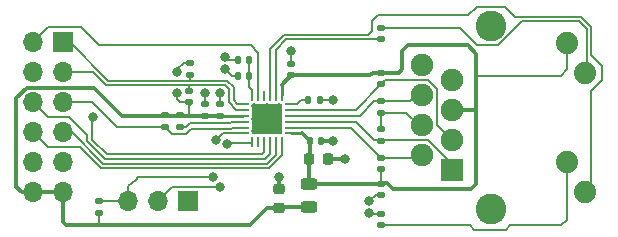
<source format=gbr>
G04 #@! TF.GenerationSoftware,KiCad,Pcbnew,6.0.4-6f826c9f35~116~ubuntu20.04.1*
G04 #@! TF.CreationDate,2022-05-16T14:00:24-07:00*
G04 #@! TF.ProjectId,ethernet-pmod,65746865-726e-4657-942d-706d6f642e6b,1.0*
G04 #@! TF.SameCoordinates,Original*
G04 #@! TF.FileFunction,Copper,L1,Top*
G04 #@! TF.FilePolarity,Positive*
%FSLAX46Y46*%
G04 Gerber Fmt 4.6, Leading zero omitted, Abs format (unit mm)*
G04 Created by KiCad (PCBNEW 6.0.4-6f826c9f35~116~ubuntu20.04.1) date 2022-05-16 14:00:24*
%MOMM*%
%LPD*%
G01*
G04 APERTURE LIST*
G04 Aperture macros list*
%AMRoundRect*
0 Rectangle with rounded corners*
0 $1 Rounding radius*
0 $2 $3 $4 $5 $6 $7 $8 $9 X,Y pos of 4 corners*
0 Add a 4 corners polygon primitive as box body*
4,1,4,$2,$3,$4,$5,$6,$7,$8,$9,$2,$3,0*
0 Add four circle primitives for the rounded corners*
1,1,$1+$1,$2,$3*
1,1,$1+$1,$4,$5*
1,1,$1+$1,$6,$7*
1,1,$1+$1,$8,$9*
0 Add four rect primitives between the rounded corners*
20,1,$1+$1,$2,$3,$4,$5,0*
20,1,$1+$1,$4,$5,$6,$7,0*
20,1,$1+$1,$6,$7,$8,$9,0*
20,1,$1+$1,$8,$9,$2,$3,0*%
G04 Aperture macros list end*
G04 #@! TA.AperFunction,ComponentPad*
%ADD10C,0.500000*%
G04 #@! TD*
G04 #@! TA.AperFunction,SMDPad,CuDef*
%ADD11R,2.600000X2.600000*%
G04 #@! TD*
G04 #@! TA.AperFunction,SMDPad,CuDef*
%ADD12RoundRect,0.062500X-0.350000X0.062500X-0.350000X-0.062500X0.350000X-0.062500X0.350000X0.062500X0*%
G04 #@! TD*
G04 #@! TA.AperFunction,SMDPad,CuDef*
%ADD13RoundRect,0.062500X-0.062500X0.350000X-0.062500X-0.350000X0.062500X-0.350000X0.062500X0.350000X0*%
G04 #@! TD*
G04 #@! TA.AperFunction,ComponentPad*
%ADD14R,1.700000X1.700000*%
G04 #@! TD*
G04 #@! TA.AperFunction,ComponentPad*
%ADD15O,1.700000X1.700000*%
G04 #@! TD*
G04 #@! TA.AperFunction,SMDPad,CuDef*
%ADD16RoundRect,0.147500X-0.147500X-0.172500X0.147500X-0.172500X0.147500X0.172500X-0.147500X0.172500X0*%
G04 #@! TD*
G04 #@! TA.AperFunction,SMDPad,CuDef*
%ADD17RoundRect,0.147500X-0.172500X0.147500X-0.172500X-0.147500X0.172500X-0.147500X0.172500X0.147500X0*%
G04 #@! TD*
G04 #@! TA.AperFunction,SMDPad,CuDef*
%ADD18RoundRect,0.147500X0.172500X-0.147500X0.172500X0.147500X-0.172500X0.147500X-0.172500X-0.147500X0*%
G04 #@! TD*
G04 #@! TA.AperFunction,SMDPad,CuDef*
%ADD19RoundRect,0.218750X0.218750X0.256250X-0.218750X0.256250X-0.218750X-0.256250X0.218750X-0.256250X0*%
G04 #@! TD*
G04 #@! TA.AperFunction,SMDPad,CuDef*
%ADD20RoundRect,0.218750X-0.256250X0.218750X-0.256250X-0.218750X0.256250X-0.218750X0.256250X0.218750X0*%
G04 #@! TD*
G04 #@! TA.AperFunction,SMDPad,CuDef*
%ADD21RoundRect,0.243750X0.456250X-0.243750X0.456250X0.243750X-0.456250X0.243750X-0.456250X-0.243750X0*%
G04 #@! TD*
G04 #@! TA.AperFunction,ComponentPad*
%ADD22C,1.900000*%
G04 #@! TD*
G04 #@! TA.AperFunction,ComponentPad*
%ADD23R,1.900000X1.900000*%
G04 #@! TD*
G04 #@! TA.AperFunction,ComponentPad*
%ADD24C,1.890000*%
G04 #@! TD*
G04 #@! TA.AperFunction,ComponentPad*
%ADD25C,2.600000*%
G04 #@! TD*
G04 #@! TA.AperFunction,SMDPad,CuDef*
%ADD26RoundRect,0.147500X0.147500X0.172500X-0.147500X0.172500X-0.147500X-0.172500X0.147500X-0.172500X0*%
G04 #@! TD*
G04 #@! TA.AperFunction,ViaPad*
%ADD27C,0.800000*%
G04 #@! TD*
G04 #@! TA.AperFunction,Conductor*
%ADD28C,0.200000*%
G04 #@! TD*
G04 #@! TA.AperFunction,Conductor*
%ADD29C,0.300000*%
G04 #@! TD*
G04 #@! TA.AperFunction,Conductor*
%ADD30C,0.250000*%
G04 #@! TD*
G04 APERTURE END LIST*
D10*
X72600000Y-63600000D03*
D11*
X72600000Y-63600000D03*
D10*
X73650000Y-62550000D03*
X72600000Y-62550000D03*
X71550000Y-62550000D03*
X72600000Y-64650000D03*
X71550000Y-63600000D03*
X73650000Y-64650000D03*
X71550000Y-64650000D03*
X73650000Y-63600000D03*
D12*
X74537500Y-62350000D03*
X74537500Y-62850000D03*
X74537500Y-63350000D03*
X74537500Y-63850000D03*
X74537500Y-64350000D03*
X74537500Y-64850000D03*
D13*
X73850000Y-65537500D03*
X73350000Y-65537500D03*
X72850000Y-65537500D03*
X72350000Y-65537500D03*
X71850000Y-65537500D03*
X71350000Y-65537500D03*
D12*
X70662500Y-64850000D03*
X70662500Y-64350000D03*
X70662500Y-63850000D03*
X70662500Y-63350000D03*
X70662500Y-62850000D03*
X70662500Y-62350000D03*
D13*
X71350000Y-61662500D03*
X71850000Y-61662500D03*
X72350000Y-61662500D03*
X72850000Y-61662500D03*
X73350000Y-61662500D03*
X73850000Y-61662500D03*
D14*
X55308500Y-57150000D03*
D15*
X55308500Y-59690000D03*
X55308500Y-62230000D03*
X55308500Y-64770000D03*
X55308500Y-67310000D03*
X55308500Y-69850000D03*
X52768500Y-57150000D03*
X52768500Y-59690000D03*
X52768500Y-62230000D03*
X52768500Y-64770000D03*
X52768500Y-67310000D03*
X52768500Y-69850000D03*
D16*
X70115000Y-60000000D03*
X71085000Y-60000000D03*
D17*
X67360650Y-62364789D03*
X67360650Y-63334789D03*
X74676000Y-58974000D03*
X74676000Y-59944000D03*
D18*
X82296000Y-69111000D03*
X82296000Y-70081000D03*
D16*
X70115000Y-58600000D03*
X71085000Y-58600000D03*
D19*
X76200000Y-67056000D03*
X77775000Y-67056000D03*
D20*
X73660000Y-69596000D03*
X73660000Y-71171000D03*
D21*
X76200000Y-71041500D03*
X76200000Y-69166500D03*
D22*
X85725000Y-59055000D03*
X88265000Y-60325000D03*
X85725000Y-61595000D03*
X88265000Y-62865000D03*
X85725000Y-64135000D03*
X88265000Y-65405000D03*
X85725000Y-66675000D03*
D23*
X88265000Y-67945000D03*
D24*
X99505000Y-69825000D03*
X97985000Y-67285000D03*
X99505000Y-59715000D03*
X97985000Y-57175000D03*
D25*
X91555000Y-55725000D03*
X91555000Y-71275000D03*
D17*
X82296000Y-64515000D03*
X82296000Y-65485000D03*
X82296000Y-59715000D03*
X82296000Y-60685000D03*
D18*
X82296000Y-63085000D03*
X82296000Y-62115000D03*
D16*
X76115000Y-62000000D03*
X77085000Y-62000000D03*
D18*
X82296000Y-72621000D03*
X82296000Y-71651000D03*
X66039251Y-62216781D03*
X66039251Y-61246781D03*
D17*
X66048934Y-58906591D03*
X66048934Y-59876591D03*
X64000743Y-63327326D03*
X64000743Y-64297326D03*
X65262674Y-63327326D03*
X65262674Y-64297326D03*
X82296000Y-55926000D03*
X82296000Y-56896000D03*
D26*
X77216000Y-65509000D03*
X76246000Y-65509000D03*
D18*
X58400000Y-71570000D03*
X58400000Y-70600000D03*
X82296000Y-67885000D03*
X82296000Y-66915000D03*
D14*
X65940000Y-70600000D03*
D15*
X63400000Y-70600000D03*
X60860000Y-70600000D03*
D17*
X68627228Y-63337560D03*
X68627228Y-62367560D03*
D27*
X57912000Y-63500000D03*
X74676000Y-57912000D03*
X65024000Y-61468000D03*
X65024000Y-59669469D03*
X67343220Y-61468000D03*
X68638848Y-61468000D03*
X69088000Y-58420000D03*
X69088000Y-59436000D03*
X73660000Y-68580000D03*
X81280000Y-71628000D03*
X81280000Y-70612000D03*
X79248000Y-67056000D03*
X78232000Y-65532000D03*
X78200000Y-62000000D03*
X69250000Y-65750000D03*
X68600000Y-69400000D03*
X68069987Y-68551996D03*
X68301305Y-65433769D03*
D28*
X82296000Y-55926000D02*
X88946000Y-55926000D01*
X88946000Y-55926000D02*
X90424000Y-57404000D01*
X90424000Y-57404000D02*
X92138051Y-57404000D01*
X92138051Y-57404000D02*
X94170051Y-55372000D01*
X99060000Y-55372000D02*
X99676480Y-55988480D01*
X94170051Y-55372000D02*
X99060000Y-55372000D01*
X99676480Y-55988480D02*
X99676480Y-59543520D01*
X99676480Y-59543520D02*
X99505000Y-59715000D01*
X99225487Y-54972481D02*
X100076000Y-55822994D01*
X100076000Y-55822994D02*
X100076000Y-58225223D01*
X81986240Y-54864000D02*
X89662000Y-54864000D01*
X100076000Y-58225223D02*
X100964180Y-59113403D01*
X93580481Y-54972481D02*
X99225487Y-54972481D01*
X92733489Y-54125489D02*
X93580481Y-54972481D01*
X90400511Y-54125489D02*
X92733489Y-54125489D01*
X89662000Y-54864000D02*
X90400511Y-54125489D01*
X81171520Y-56496480D02*
X81478240Y-56189760D01*
X72850000Y-61562500D02*
X72850000Y-57706000D01*
X81478240Y-55372000D02*
X81986240Y-54864000D01*
X81478240Y-56189760D02*
X81478240Y-55372000D01*
X100076000Y-69254000D02*
X99505000Y-69825000D01*
X72850000Y-57706000D02*
X74059520Y-56496480D01*
X74059520Y-56496480D02*
X81171520Y-56496480D01*
X100964180Y-59113403D02*
X100964180Y-60333269D01*
X100964180Y-60333269D02*
X100076000Y-61221449D01*
X100076000Y-61221449D02*
X100076000Y-69254000D01*
X82296000Y-72621000D02*
X82319000Y-72644000D01*
X82319000Y-72644000D02*
X89780974Y-72644000D01*
X89780974Y-72644000D02*
X90176544Y-73039570D01*
X90176544Y-73039570D02*
X92822430Y-73039570D01*
X92822430Y-73039570D02*
X93218000Y-72644000D01*
X93218000Y-72644000D02*
X97536000Y-72644000D01*
X97536000Y-72644000D02*
X97985000Y-72195000D01*
X97985000Y-72195000D02*
X97985000Y-67285000D01*
D29*
X64150000Y-63350000D02*
X63650000Y-63350000D01*
X63650000Y-63350000D02*
X62850000Y-63350000D01*
D28*
X64000743Y-63327326D02*
X63672674Y-63327326D01*
X63672674Y-63327326D02*
X63650000Y-63350000D01*
D29*
X66190000Y-63350000D02*
X65382000Y-63350000D01*
D28*
X65262674Y-63327326D02*
X65359326Y-63327326D01*
D29*
X65382000Y-63350000D02*
X65250000Y-63350000D01*
D28*
X65359326Y-63327326D02*
X65382000Y-63350000D01*
X68627228Y-63337560D02*
X68562440Y-63337560D01*
X68562440Y-63337560D02*
X68550000Y-63350000D01*
X52768500Y-57150000D02*
X54038500Y-55880000D01*
X54038500Y-55880000D02*
X56896000Y-55880000D01*
X56896000Y-55880000D02*
X58420000Y-57404000D01*
X71254000Y-57404000D02*
X71850000Y-58000000D01*
X58420000Y-57404000D02*
X71254000Y-57404000D01*
X71850000Y-58000000D02*
X71850000Y-61562500D01*
X74637500Y-64350000D02*
X79731000Y-64350000D01*
X79731000Y-64350000D02*
X82296000Y-66915000D01*
X88265000Y-67945000D02*
X88265000Y-67437000D01*
X88265000Y-67437000D02*
X86253489Y-65425489D01*
X86253489Y-65425489D02*
X82402511Y-65425489D01*
X82402511Y-65425489D02*
X81681489Y-65425489D01*
X82296000Y-65485000D02*
X82343000Y-65485000D01*
X82343000Y-65485000D02*
X82402511Y-65425489D01*
X57800000Y-62200000D02*
X56612000Y-62200000D01*
X55308500Y-62230000D02*
X56582000Y-62230000D01*
X56582000Y-62230000D02*
X56612000Y-62200000D01*
X72850000Y-65637500D02*
X72850000Y-66550000D01*
X72850000Y-66550000D02*
X72400000Y-67000000D01*
X72400000Y-67000000D02*
X58872000Y-67000000D01*
X58872000Y-67000000D02*
X57404000Y-65532000D01*
X57404000Y-65532000D02*
X57404000Y-65024000D01*
X57404000Y-65024000D02*
X55880000Y-63500000D01*
X55880000Y-63500000D02*
X54038500Y-63500000D01*
X54038500Y-63500000D02*
X52768500Y-62230000D01*
X72350000Y-65637500D02*
X72350000Y-66450000D01*
X72350000Y-66450000D02*
X72200000Y-66600000D01*
X72200000Y-66600000D02*
X59037006Y-66600000D01*
X59037006Y-66600000D02*
X57803520Y-65366514D01*
X57803520Y-65366514D02*
X57803520Y-63608480D01*
X57803520Y-63608480D02*
X57912000Y-63500000D01*
X73350000Y-65637500D02*
X73350000Y-66650000D01*
X73350000Y-66650000D02*
X72600000Y-67400000D01*
X72600000Y-67400000D02*
X58706994Y-67400000D01*
X58706994Y-67400000D02*
X56076994Y-64770000D01*
X56076994Y-64770000D02*
X55308500Y-64770000D01*
X73850000Y-65637500D02*
X73850000Y-66715699D01*
X73850000Y-66715699D02*
X72765689Y-67800010D01*
X72765689Y-67800010D02*
X58541998Y-67800010D01*
X56781988Y-66040000D02*
X54038500Y-66040000D01*
X58541998Y-67800010D02*
X56781988Y-66040000D01*
X54038500Y-66040000D02*
X52768500Y-64770000D01*
D29*
X58400000Y-72600000D02*
X71164000Y-72600000D01*
X71164000Y-72600000D02*
X72593000Y-71171000D01*
X72593000Y-71171000D02*
X73660000Y-71171000D01*
X52768500Y-69850000D02*
X51850000Y-69850000D01*
X51850000Y-69850000D02*
X51400000Y-69400000D01*
X51400000Y-69400000D02*
X51400000Y-61822498D01*
X57974228Y-60974228D02*
X60350000Y-63350000D01*
X51400000Y-61822498D02*
X52248270Y-60974228D01*
X52248270Y-60974228D02*
X57974228Y-60974228D01*
X60350000Y-63350000D02*
X62850000Y-63350000D01*
D28*
X70562500Y-64350000D02*
X69696480Y-64350000D01*
X69696480Y-64350000D02*
X69596000Y-64450480D01*
X65731160Y-64891846D02*
X64595263Y-64891846D01*
X69596000Y-64450480D02*
X66172526Y-64450480D01*
X66172526Y-64450480D02*
X65731160Y-64891846D01*
X64595263Y-64891846D02*
X64000743Y-64297326D01*
X73350000Y-61562500D02*
X73350000Y-57771006D01*
X73350000Y-57771006D02*
X74225006Y-56896000D01*
X74225006Y-56896000D02*
X82296000Y-56896000D01*
X74676000Y-58974000D02*
X74676000Y-57912000D01*
D29*
X74676000Y-59944000D02*
X81371000Y-59944000D01*
X81371000Y-59944000D02*
X81600000Y-59715000D01*
D30*
X73850000Y-61562500D02*
X73850000Y-60770000D01*
D29*
X73850000Y-60770000D02*
X74676000Y-59944000D01*
X73660000Y-69596000D02*
X73660000Y-68580000D01*
D28*
X70562500Y-62350000D02*
X70092426Y-62350000D01*
X69240969Y-60368969D02*
X66123031Y-60368969D01*
X70092426Y-62350000D02*
X69799519Y-62057093D01*
X69799519Y-62057093D02*
X69799519Y-60927519D01*
X69799519Y-60927519D02*
X69240969Y-60368969D01*
X70562500Y-62850000D02*
X70027420Y-62850000D01*
X70027420Y-62850000D02*
X69399999Y-62222579D01*
X69075483Y-60768489D02*
X66040000Y-60768489D01*
X69399999Y-62222579D02*
X69399999Y-61093005D01*
X69399999Y-61093005D02*
X69075483Y-60768489D01*
X70562500Y-63850000D02*
X69596000Y-63850000D01*
X69596000Y-63850000D02*
X69438000Y-64008000D01*
X69438000Y-64008000D02*
X66050000Y-64008000D01*
X66050000Y-64008000D02*
X65760674Y-64297326D01*
X65760674Y-64297326D02*
X65262674Y-64297326D01*
D29*
X82296000Y-59715000D02*
X83770000Y-59715000D01*
X83770000Y-59715000D02*
X84049000Y-59436000D01*
X84049000Y-59436000D02*
X84049000Y-57912000D01*
X84049000Y-57912000D02*
X84557000Y-57404000D01*
X84557000Y-57404000D02*
X89662000Y-57404000D01*
X89662000Y-57404000D02*
X90346763Y-58088763D01*
X90346763Y-58088763D02*
X90346763Y-59961125D01*
D28*
X81681489Y-65425489D02*
X80106000Y-63850000D01*
X79914000Y-63850000D02*
X74637500Y-63850000D01*
X80106000Y-63850000D02*
X79914000Y-63850000D01*
X97985000Y-57175000D02*
X97985000Y-59436000D01*
X97985000Y-59436000D02*
X97459875Y-59961125D01*
X97459875Y-59961125D02*
X90346763Y-59961125D01*
D29*
X90346763Y-62914763D02*
X90346763Y-69165237D01*
X90346763Y-69165237D02*
X89916000Y-69596000D01*
X89916000Y-69596000D02*
X83312000Y-69596000D01*
X83312000Y-69596000D02*
X82804000Y-69088000D01*
X82804000Y-69088000D02*
X82319000Y-69088000D01*
D28*
X82296000Y-63085000D02*
X84421000Y-63085000D01*
X84421000Y-63085000D02*
X85471000Y-64135000D01*
X85471000Y-64135000D02*
X85725000Y-64135000D01*
D29*
X90346763Y-59961125D02*
X90346763Y-62914763D01*
X88265000Y-62865000D02*
X90297000Y-62865000D01*
D28*
X90297000Y-62865000D02*
X90346763Y-62914763D01*
X85725000Y-66675000D02*
X85485000Y-66915000D01*
X85485000Y-66915000D02*
X82296000Y-66915000D01*
X66123031Y-60368969D02*
X59118935Y-60368969D01*
X59118935Y-60368969D02*
X55899966Y-57150000D01*
X55899966Y-57150000D02*
X55308500Y-57150000D01*
X65024000Y-59669469D02*
X65024000Y-59436000D01*
X65024000Y-61976000D02*
X65024000Y-61468000D01*
X66039251Y-62216781D02*
X65264781Y-62216781D01*
X65264781Y-62216781D02*
X65024000Y-61976000D01*
X65024000Y-59436000D02*
X65553409Y-58906591D01*
X65553409Y-58906591D02*
X66048934Y-58906591D01*
X66040000Y-62484000D02*
X66040000Y-62217530D01*
X66040000Y-62217530D02*
X66039251Y-62216781D01*
X57800000Y-62200000D02*
X59897326Y-64297326D01*
X59897326Y-64297326D02*
X64000743Y-64297326D01*
X66190000Y-63350000D02*
X66040000Y-63200000D01*
X66040000Y-63200000D02*
X66040000Y-62517530D01*
X66040000Y-62517530D02*
X66190000Y-62367530D01*
D29*
X66550000Y-63350000D02*
X66190000Y-63350000D01*
D28*
X66040000Y-60768489D02*
X58953449Y-60768489D01*
X58953449Y-60768489D02*
X57874960Y-59690000D01*
X57874960Y-59690000D02*
X55308500Y-59690000D01*
X66040000Y-60768489D02*
X66039251Y-60769238D01*
X66039251Y-60769238D02*
X66039251Y-61246781D01*
X66123031Y-60368969D02*
X66048934Y-60294872D01*
X66048934Y-60294872D02*
X66048934Y-59876591D01*
X67360650Y-61754370D02*
X67564000Y-61551020D01*
X67360650Y-62364789D02*
X67360650Y-61754370D01*
X68627228Y-61598248D02*
X68580000Y-61551020D01*
X68627228Y-62367560D02*
X68627228Y-61598248D01*
X69268000Y-58600000D02*
X69088000Y-58420000D01*
X70115000Y-58600000D02*
X69268000Y-58600000D01*
X69652000Y-60000000D02*
X69088000Y-59436000D01*
X70115000Y-60000000D02*
X69652000Y-60000000D01*
D29*
X77216000Y-65509000D02*
X78209000Y-65509000D01*
D28*
X78209000Y-65509000D02*
X78232000Y-65532000D01*
X81303000Y-71651000D02*
X81280000Y-71628000D01*
X82296000Y-71651000D02*
X81303000Y-71651000D01*
X81811000Y-70081000D02*
X81280000Y-70612000D01*
X82296000Y-70081000D02*
X81811000Y-70081000D01*
X82296000Y-67885000D02*
X82296000Y-69111000D01*
D29*
X82296000Y-69111000D02*
X76255500Y-69111000D01*
D28*
X76255500Y-69111000D02*
X76200000Y-69166500D01*
X82319000Y-69088000D02*
X82296000Y-69111000D01*
D29*
X82296000Y-59715000D02*
X81600000Y-59715000D01*
D28*
X82296000Y-63085000D02*
X82296000Y-64515000D01*
D29*
X76246000Y-65509000D02*
X76246000Y-67010000D01*
X76246000Y-67010000D02*
X76200000Y-67056000D01*
X76200000Y-69166500D02*
X76200000Y-67056000D01*
X74168000Y-71120000D02*
X76121500Y-71120000D01*
X76121500Y-71120000D02*
X76200000Y-71041500D01*
D28*
X82296000Y-62115000D02*
X84697000Y-62115000D01*
X84697000Y-62115000D02*
X85217000Y-61595000D01*
X85217000Y-61595000D02*
X85725000Y-61595000D01*
X82296000Y-62115000D02*
X81685000Y-62115000D01*
X81685000Y-62115000D02*
X80450000Y-63350000D01*
X80450000Y-63350000D02*
X74637500Y-63350000D01*
X82296000Y-60685000D02*
X82635511Y-60345489D01*
X86253489Y-60345489D02*
X87015489Y-61107489D01*
X82635511Y-60345489D02*
X86253489Y-60345489D01*
X87015489Y-64155489D02*
X88265000Y-65405000D01*
X87015489Y-61107489D02*
X87015489Y-64155489D01*
X82296000Y-60685000D02*
X82296000Y-60704000D01*
X82296000Y-60704000D02*
X80150000Y-62850000D01*
X80150000Y-62850000D02*
X74637500Y-62850000D01*
D29*
X77775000Y-67056000D02*
X79248000Y-67056000D01*
D30*
X74637500Y-64850000D02*
X75587000Y-64850000D01*
D29*
X75587000Y-64850000D02*
X76246000Y-65509000D01*
D28*
X77085000Y-62000000D02*
X78200000Y-62000000D01*
D29*
X55600000Y-72600000D02*
X55308500Y-72308500D01*
D30*
X70562500Y-63350000D02*
X68550000Y-63350000D01*
D29*
X55308500Y-72308500D02*
X55308500Y-69850000D01*
X58400000Y-72600000D02*
X55600000Y-72600000D01*
D28*
X58400000Y-71570000D02*
X58400000Y-72600000D01*
D29*
X52768500Y-69850000D02*
X55308500Y-69850000D01*
X68550000Y-63350000D02*
X66550000Y-63350000D01*
X64750000Y-63350000D02*
X64150000Y-63350000D01*
X65250000Y-63350000D02*
X64750000Y-63350000D01*
D28*
X69362500Y-65637500D02*
X69250000Y-65750000D01*
X71350000Y-65637500D02*
X69362500Y-65637500D01*
X64600000Y-69400000D02*
X68600000Y-69400000D01*
X63400000Y-70600000D02*
X64600000Y-69400000D01*
X61698004Y-68551996D02*
X67504302Y-68551996D01*
X61500000Y-68750000D02*
X60860000Y-69340000D01*
X70562500Y-64850000D02*
X68885074Y-64850000D01*
X60860000Y-69340000D02*
X60860000Y-70600000D01*
X58400000Y-70600000D02*
X60860000Y-70600000D01*
X61500000Y-68750000D02*
X61698004Y-68551996D01*
X67504302Y-68551996D02*
X68069987Y-68551996D01*
X68885074Y-64850000D02*
X68301305Y-65433769D01*
X71350000Y-61190000D02*
X71085000Y-60925000D01*
X71085000Y-60925000D02*
X71085000Y-60000000D01*
X71350000Y-61562500D02*
X71350000Y-61190000D01*
X71085000Y-60000000D02*
X71085000Y-58600000D01*
X74637500Y-62350000D02*
X75113936Y-62350000D01*
X76115000Y-62000000D02*
X75463936Y-62000000D01*
X75113936Y-62350000D02*
X75463936Y-62000000D01*
M02*

</source>
